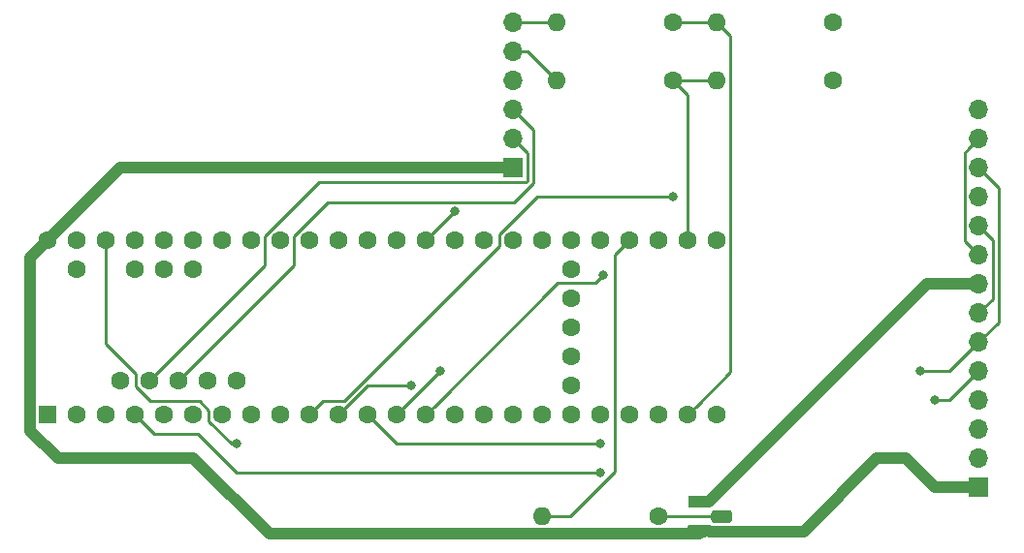
<source format=gbr>
G04 #@! TF.GenerationSoftware,KiCad,Pcbnew,(5.1.5)-3*
G04 #@! TF.CreationDate,2020-02-02T22:49:33-08:00*
G04 #@! TF.ProjectId,boostino,626f6f73-7469-46e6-9f2e-6b696361645f,rev?*
G04 #@! TF.SameCoordinates,Original*
G04 #@! TF.FileFunction,Copper,L1,Top*
G04 #@! TF.FilePolarity,Positive*
%FSLAX46Y46*%
G04 Gerber Fmt 4.6, Leading zero omitted, Abs format (unit mm)*
G04 Created by KiCad (PCBNEW (5.1.5)-3) date 2020-02-02 22:49:33*
%MOMM*%
%LPD*%
G04 APERTURE LIST*
%ADD10R,1.700000X1.700000*%
%ADD11O,1.700000X1.700000*%
%ADD12C,1.600000*%
%ADD13R,1.600000X1.600000*%
%ADD14R,1.800000X1.100000*%
%ADD15C,0.100000*%
%ADD16O,1.600000X1.600000*%
%ADD17C,0.800000*%
%ADD18C,0.250000*%
%ADD19C,1.000000*%
G04 APERTURE END LIST*
D10*
X152400000Y-97790000D03*
D11*
X152400000Y-95250000D03*
X152400000Y-92710000D03*
X152400000Y-90170000D03*
X152400000Y-87630000D03*
X152400000Y-85090000D03*
D12*
X152400000Y-119380000D03*
X154940000Y-119380000D03*
X157480000Y-119380000D03*
X160020000Y-119380000D03*
X149860000Y-119380000D03*
X147320000Y-119380000D03*
X144780000Y-119380000D03*
X162560000Y-119380000D03*
X165100000Y-119380000D03*
X167640000Y-119380000D03*
X170180000Y-119380000D03*
X157480000Y-116840000D03*
X157480000Y-114300000D03*
X157480000Y-111760000D03*
X157480000Y-109220000D03*
X157480000Y-106680000D03*
X170180000Y-104140000D03*
X167640000Y-104140000D03*
X165100000Y-104140000D03*
X162560000Y-104140000D03*
X160020000Y-104140000D03*
X157480000Y-104140000D03*
X154940000Y-104140000D03*
X152400000Y-104140000D03*
X142240000Y-119380000D03*
X139700000Y-119380000D03*
X137160000Y-119380000D03*
X134620000Y-119380000D03*
X132080000Y-119380000D03*
X129540000Y-119380000D03*
X127000000Y-119380000D03*
X124460000Y-119380000D03*
X121920000Y-119380000D03*
X119380000Y-119380000D03*
X116840000Y-119380000D03*
X114300000Y-119380000D03*
D13*
X111760000Y-119380000D03*
D12*
X149860000Y-104140000D03*
X147320000Y-104140000D03*
X144780000Y-104140000D03*
X142240000Y-104140000D03*
X139700000Y-104140000D03*
X137160000Y-104140000D03*
X134620000Y-104140000D03*
X132080000Y-104140000D03*
X129540000Y-104140000D03*
X127000000Y-104140000D03*
X124460000Y-104140000D03*
X121920000Y-104140000D03*
X119380000Y-104140000D03*
X116840000Y-104140000D03*
X114300000Y-104140000D03*
X111760000Y-104140000D03*
X114300000Y-106680000D03*
X119380000Y-106680000D03*
X121920000Y-106680000D03*
X124460000Y-106680000D03*
X118110000Y-116380000D03*
X120650000Y-116380000D03*
X123190000Y-116380000D03*
X125730000Y-116380000D03*
X128270000Y-116380000D03*
D14*
X168510000Y-127000000D03*
G04 #@! TA.AperFunction,ComponentPad*
D15*
G36*
X169161955Y-128991324D02*
G01*
X169188650Y-128995284D01*
X169214828Y-129001841D01*
X169240238Y-129010933D01*
X169264634Y-129022472D01*
X169287782Y-129036346D01*
X169309458Y-129052422D01*
X169329454Y-129070546D01*
X169347578Y-129090542D01*
X169363654Y-129112218D01*
X169377528Y-129135366D01*
X169389067Y-129159762D01*
X169398159Y-129185172D01*
X169404716Y-129211350D01*
X169408676Y-129238045D01*
X169410000Y-129265000D01*
X169410000Y-129815000D01*
X169408676Y-129841955D01*
X169404716Y-129868650D01*
X169398159Y-129894828D01*
X169389067Y-129920238D01*
X169377528Y-129944634D01*
X169363654Y-129967782D01*
X169347578Y-129989458D01*
X169329454Y-130009454D01*
X169309458Y-130027578D01*
X169287782Y-130043654D01*
X169264634Y-130057528D01*
X169240238Y-130069067D01*
X169214828Y-130078159D01*
X169188650Y-130084716D01*
X169161955Y-130088676D01*
X169135000Y-130090000D01*
X167885000Y-130090000D01*
X167858045Y-130088676D01*
X167831350Y-130084716D01*
X167805172Y-130078159D01*
X167779762Y-130069067D01*
X167755366Y-130057528D01*
X167732218Y-130043654D01*
X167710542Y-130027578D01*
X167690546Y-130009454D01*
X167672422Y-129989458D01*
X167656346Y-129967782D01*
X167642472Y-129944634D01*
X167630933Y-129920238D01*
X167621841Y-129894828D01*
X167615284Y-129868650D01*
X167611324Y-129841955D01*
X167610000Y-129815000D01*
X167610000Y-129265000D01*
X167611324Y-129238045D01*
X167615284Y-129211350D01*
X167621841Y-129185172D01*
X167630933Y-129159762D01*
X167642472Y-129135366D01*
X167656346Y-129112218D01*
X167672422Y-129090542D01*
X167690546Y-129070546D01*
X167710542Y-129052422D01*
X167732218Y-129036346D01*
X167755366Y-129022472D01*
X167779762Y-129010933D01*
X167805172Y-129001841D01*
X167831350Y-128995284D01*
X167858045Y-128991324D01*
X167885000Y-128990000D01*
X169135000Y-128990000D01*
X169161955Y-128991324D01*
G37*
G04 #@! TD.AperFunction*
G04 #@! TA.AperFunction,ComponentPad*
G36*
X171231955Y-127721324D02*
G01*
X171258650Y-127725284D01*
X171284828Y-127731841D01*
X171310238Y-127740933D01*
X171334634Y-127752472D01*
X171357782Y-127766346D01*
X171379458Y-127782422D01*
X171399454Y-127800546D01*
X171417578Y-127820542D01*
X171433654Y-127842218D01*
X171447528Y-127865366D01*
X171459067Y-127889762D01*
X171468159Y-127915172D01*
X171474716Y-127941350D01*
X171478676Y-127968045D01*
X171480000Y-127995000D01*
X171480000Y-128545000D01*
X171478676Y-128571955D01*
X171474716Y-128598650D01*
X171468159Y-128624828D01*
X171459067Y-128650238D01*
X171447528Y-128674634D01*
X171433654Y-128697782D01*
X171417578Y-128719458D01*
X171399454Y-128739454D01*
X171379458Y-128757578D01*
X171357782Y-128773654D01*
X171334634Y-128787528D01*
X171310238Y-128799067D01*
X171284828Y-128808159D01*
X171258650Y-128814716D01*
X171231955Y-128818676D01*
X171205000Y-128820000D01*
X169955000Y-128820000D01*
X169928045Y-128818676D01*
X169901350Y-128814716D01*
X169875172Y-128808159D01*
X169849762Y-128799067D01*
X169825366Y-128787528D01*
X169802218Y-128773654D01*
X169780542Y-128757578D01*
X169760546Y-128739454D01*
X169742422Y-128719458D01*
X169726346Y-128697782D01*
X169712472Y-128674634D01*
X169700933Y-128650238D01*
X169691841Y-128624828D01*
X169685284Y-128598650D01*
X169681324Y-128571955D01*
X169680000Y-128545000D01*
X169680000Y-127995000D01*
X169681324Y-127968045D01*
X169685284Y-127941350D01*
X169691841Y-127915172D01*
X169700933Y-127889762D01*
X169712472Y-127865366D01*
X169726346Y-127842218D01*
X169742422Y-127820542D01*
X169760546Y-127800546D01*
X169780542Y-127782422D01*
X169802218Y-127766346D01*
X169825366Y-127752472D01*
X169849762Y-127740933D01*
X169875172Y-127731841D01*
X169901350Y-127725284D01*
X169928045Y-127721324D01*
X169955000Y-127720000D01*
X171205000Y-127720000D01*
X171231955Y-127721324D01*
G37*
G04 #@! TD.AperFunction*
D10*
X193040000Y-125730000D03*
D11*
X193040000Y-123190000D03*
X193040000Y-120650000D03*
X193040000Y-118110000D03*
X193040000Y-115570000D03*
X193040000Y-113030000D03*
X193040000Y-110490000D03*
X193040000Y-107950000D03*
X193040000Y-105410000D03*
X193040000Y-102870000D03*
X193040000Y-100330000D03*
X193040000Y-97790000D03*
X193040000Y-95250000D03*
X193040000Y-92710000D03*
D12*
X166370000Y-90170000D03*
D16*
X156210000Y-90170000D03*
D12*
X180340000Y-90170000D03*
D16*
X170180000Y-90170000D03*
X154940000Y-128270000D03*
D12*
X165100000Y-128270000D03*
X166370000Y-85090000D03*
D16*
X156210000Y-85090000D03*
X170180000Y-85090000D03*
D12*
X180340000Y-85090000D03*
D17*
X160020000Y-121920000D03*
X128270000Y-121920000D03*
X143510000Y-116840000D03*
X189230000Y-118110000D03*
X146050000Y-115570000D03*
X187960000Y-115570000D03*
X147320000Y-101600000D03*
X160271426Y-107175000D03*
X166370000Y-100330000D03*
X160020000Y-124460000D03*
D18*
X165100000Y-128270000D02*
X170180000Y-128270000D01*
X166370000Y-90170000D02*
X170180000Y-90170000D01*
X167640000Y-91440000D02*
X167640000Y-104140000D01*
X166370000Y-90170000D02*
X167640000Y-91440000D01*
D19*
X111760000Y-104140000D02*
X110209999Y-105690001D01*
X110209999Y-120780001D02*
X112619998Y-123190000D01*
X110209999Y-105690001D02*
X110209999Y-120780001D01*
X112619998Y-123190000D02*
X124460000Y-123190000D01*
X168629999Y-129820001D02*
X168910000Y-129540000D01*
X131090001Y-129820001D02*
X168629999Y-129820001D01*
X124460000Y-123190000D02*
X131090001Y-129820001D01*
X169530426Y-129570010D02*
X177769990Y-129570010D01*
X168910000Y-129540000D02*
X169500416Y-129540000D01*
X169500416Y-129540000D02*
X169530426Y-129570010D01*
X177769990Y-129570010D02*
X184150000Y-123190000D01*
X184150000Y-123190000D02*
X186690000Y-123190000D01*
X189230000Y-125730000D02*
X193040000Y-125730000D01*
X186690000Y-123190000D02*
X189230000Y-125730000D01*
X118110000Y-97790000D02*
X152400000Y-97790000D01*
X111760000Y-104140000D02*
X118110000Y-97790000D01*
D18*
X139700000Y-119380000D02*
X142240000Y-121920000D01*
X142240000Y-121920000D02*
X160020000Y-121920000D01*
X127800998Y-121920000D02*
X128270000Y-121920000D01*
X125824999Y-119005997D02*
X125824999Y-119944001D01*
X125024001Y-118204999D02*
X125824999Y-119005997D01*
X116840000Y-113181000D02*
X119474999Y-115815999D01*
X116840000Y-104140000D02*
X116840000Y-113181000D01*
X119474999Y-115815999D02*
X119474999Y-116944001D01*
X125824999Y-119944001D02*
X127800998Y-121920000D01*
X119474999Y-116944001D02*
X120735997Y-118204999D01*
X120735997Y-118204999D02*
X125024001Y-118204999D01*
X137160000Y-119380000D02*
X139700000Y-116840000D01*
X139700000Y-116840000D02*
X143510000Y-116840000D01*
X190500000Y-118110000D02*
X193040000Y-115570000D01*
X189230000Y-118110000D02*
X190500000Y-118110000D01*
X194765011Y-99515011D02*
X193889999Y-98639999D01*
X193889999Y-98639999D02*
X193040000Y-97790000D01*
X194765011Y-111304989D02*
X194765011Y-99515011D01*
X193040000Y-113030000D02*
X194765011Y-111304989D01*
X142240000Y-119380000D02*
X146050000Y-115570000D01*
X190500000Y-115570000D02*
X193040000Y-113030000D01*
X187960000Y-115570000D02*
X190500000Y-115570000D01*
X193889999Y-103719999D02*
X193040000Y-102870000D01*
X194265001Y-104095001D02*
X193889999Y-103719999D01*
X194265001Y-109264999D02*
X194265001Y-104095001D01*
X193040000Y-110490000D02*
X194265001Y-109264999D01*
X144780000Y-104140000D02*
X147320000Y-101600000D01*
D19*
X191837919Y-107950000D02*
X193040000Y-107950000D01*
X188550416Y-107950000D02*
X191837919Y-107950000D01*
X169500416Y-127000000D02*
X188550416Y-107950000D01*
X168910000Y-127000000D02*
X169500416Y-127000000D01*
D18*
X192190001Y-96099999D02*
X193040000Y-95250000D01*
X191814999Y-96475001D02*
X192190001Y-96099999D01*
X191814999Y-104184999D02*
X191814999Y-96475001D01*
X193040000Y-105410000D02*
X191814999Y-104184999D01*
X160271426Y-107175000D02*
X159591425Y-107855001D01*
X156304999Y-107855001D02*
X145579999Y-118580001D01*
X159591425Y-107855001D02*
X156304999Y-107855001D01*
X145579999Y-118580001D02*
X144780000Y-119380000D01*
X165804315Y-100330000D02*
X166370000Y-100330000D01*
X151224999Y-104607881D02*
X151224999Y-103575999D01*
X154470998Y-100330000D02*
X165804315Y-100330000D01*
X151224999Y-103575999D02*
X154470998Y-100330000D01*
X137627881Y-118204999D02*
X151224999Y-104607881D01*
X135795001Y-118204999D02*
X137627881Y-118204999D01*
X134620000Y-119380000D02*
X135795001Y-118204999D01*
X121044990Y-121044990D02*
X124854990Y-121044990D01*
X119380000Y-119380000D02*
X121044990Y-121044990D01*
X124854990Y-121044990D02*
X128270000Y-124460000D01*
X128270000Y-124460000D02*
X160020000Y-124460000D01*
X153625001Y-98940001D02*
X153505002Y-99060000D01*
X152400000Y-95250000D02*
X153625001Y-96475001D01*
X153625001Y-96475001D02*
X153625001Y-98940001D01*
X130715001Y-106314999D02*
X121449999Y-115580001D01*
X130715001Y-103765997D02*
X130715001Y-106314999D01*
X121449999Y-115580001D02*
X120650000Y-116380000D01*
X135420998Y-99060000D02*
X130715001Y-103765997D01*
X153505002Y-99060000D02*
X135420998Y-99060000D01*
X123989999Y-115580001D02*
X123190000Y-116380000D01*
X133255001Y-103765997D02*
X133255001Y-106314999D01*
X136195999Y-100824999D02*
X133255001Y-103765997D01*
X133255001Y-106314999D02*
X123989999Y-115580001D01*
X152447123Y-100824999D02*
X136195999Y-100824999D01*
X154125011Y-99147111D02*
X152447123Y-100824999D01*
X154125011Y-94435011D02*
X154125011Y-99147111D01*
X152400000Y-92710000D02*
X154125011Y-94435011D01*
X152400000Y-85090000D02*
X156210000Y-85090000D01*
X166370000Y-85090000D02*
X170180000Y-85090000D01*
X168439999Y-118580001D02*
X167640000Y-119380000D01*
X171355001Y-86265001D02*
X171355001Y-115664999D01*
X171355001Y-115664999D02*
X168439999Y-118580001D01*
X170180000Y-85090000D02*
X171355001Y-86265001D01*
X162560000Y-104140000D02*
X161290000Y-105410000D01*
X156071370Y-128270000D02*
X154940000Y-128270000D01*
X157357002Y-128270000D02*
X156071370Y-128270000D01*
X161290000Y-124337002D02*
X157357002Y-128270000D01*
X161290000Y-105410000D02*
X161290000Y-124337002D01*
X153670000Y-87630000D02*
X156210000Y-90170000D01*
X152400000Y-87630000D02*
X153670000Y-87630000D01*
M02*

</source>
